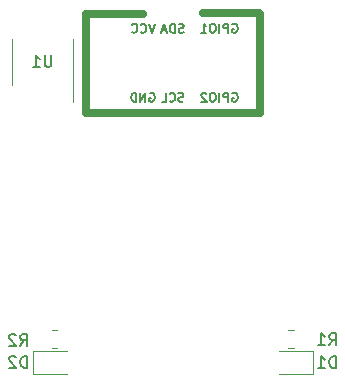
<source format=gbr>
%TF.GenerationSoftware,KiCad,Pcbnew,(6.0.4)*%
%TF.CreationDate,2022-04-09T22:57:31+02:00*%
%TF.ProjectId,diskette,6469736b-6574-4746-952e-6b696361645f,rev?*%
%TF.SameCoordinates,Original*%
%TF.FileFunction,Legend,Bot*%
%TF.FilePolarity,Positive*%
%FSLAX46Y46*%
G04 Gerber Fmt 4.6, Leading zero omitted, Abs format (unit mm)*
G04 Created by KiCad (PCBNEW (6.0.4)) date 2022-04-09 22:57:31*
%MOMM*%
%LPD*%
G01*
G04 APERTURE LIST*
%ADD10C,0.150000*%
%ADD11C,0.700000*%
%ADD12C,0.120000*%
G04 APERTURE END LIST*
D10*
%TO.C,X1*%
X-1540000Y3204714D02*
X-1790000Y2454714D01*
X-2040000Y3204714D01*
X-2718571Y2526142D02*
X-2682857Y2490428D01*
X-2575714Y2454714D01*
X-2504285Y2454714D01*
X-2397142Y2490428D01*
X-2325714Y2561857D01*
X-2290000Y2633285D01*
X-2254285Y2776142D01*
X-2254285Y2883285D01*
X-2290000Y3026142D01*
X-2325714Y3097571D01*
X-2397142Y3169000D01*
X-2504285Y3204714D01*
X-2575714Y3204714D01*
X-2682857Y3169000D01*
X-2718571Y3133285D01*
X-3468571Y2526142D02*
X-3432857Y2490428D01*
X-3325714Y2454714D01*
X-3254285Y2454714D01*
X-3147142Y2490428D01*
X-3075714Y2561857D01*
X-3040000Y2633285D01*
X-3004285Y2776142D01*
X-3004285Y2883285D01*
X-3040000Y3026142D01*
X-3075714Y3097571D01*
X-3147142Y3169000D01*
X-3254285Y3204714D01*
X-3325714Y3204714D01*
X-3432857Y3169000D01*
X-3468571Y3133285D01*
X5044142Y-2673000D02*
X5115571Y-2637285D01*
X5222714Y-2637285D01*
X5329857Y-2673000D01*
X5401285Y-2744428D01*
X5437000Y-2815857D01*
X5472714Y-2958714D01*
X5472714Y-3065857D01*
X5437000Y-3208714D01*
X5401285Y-3280142D01*
X5329857Y-3351571D01*
X5222714Y-3387285D01*
X5151285Y-3387285D01*
X5044142Y-3351571D01*
X5008428Y-3315857D01*
X5008428Y-3065857D01*
X5151285Y-3065857D01*
X4687000Y-3387285D02*
X4687000Y-2637285D01*
X4401285Y-2637285D01*
X4329857Y-2673000D01*
X4294142Y-2708714D01*
X4258428Y-2780142D01*
X4258428Y-2887285D01*
X4294142Y-2958714D01*
X4329857Y-2994428D01*
X4401285Y-3030142D01*
X4687000Y-3030142D01*
X3937000Y-3387285D02*
X3937000Y-2637285D01*
X3437000Y-2637285D02*
X3294142Y-2637285D01*
X3222714Y-2673000D01*
X3151285Y-2744428D01*
X3115571Y-2887285D01*
X3115571Y-3137285D01*
X3151285Y-3280142D01*
X3222714Y-3351571D01*
X3294142Y-3387285D01*
X3437000Y-3387285D01*
X3508428Y-3351571D01*
X3579857Y-3280142D01*
X3615571Y-3137285D01*
X3615571Y-2887285D01*
X3579857Y-2744428D01*
X3508428Y-2673000D01*
X3437000Y-2637285D01*
X2829857Y-2708714D02*
X2794142Y-2673000D01*
X2722714Y-2637285D01*
X2544142Y-2637285D01*
X2472714Y-2673000D01*
X2437000Y-2708714D01*
X2401285Y-2780142D01*
X2401285Y-2851571D01*
X2437000Y-2958714D01*
X2865571Y-3387285D01*
X2401285Y-3387285D01*
X-1968571Y-2673000D02*
X-1897142Y-2637285D01*
X-1790000Y-2637285D01*
X-1682857Y-2673000D01*
X-1611428Y-2744428D01*
X-1575714Y-2815857D01*
X-1540000Y-2958714D01*
X-1540000Y-3065857D01*
X-1575714Y-3208714D01*
X-1611428Y-3280142D01*
X-1682857Y-3351571D01*
X-1790000Y-3387285D01*
X-1861428Y-3387285D01*
X-1968571Y-3351571D01*
X-2004285Y-3315857D01*
X-2004285Y-3065857D01*
X-1861428Y-3065857D01*
X-2325714Y-3387285D02*
X-2325714Y-2637285D01*
X-2754285Y-3387285D01*
X-2754285Y-2637285D01*
X-3111428Y-3387285D02*
X-3111428Y-2637285D01*
X-3290000Y-2637285D01*
X-3397142Y-2673000D01*
X-3468571Y-2744428D01*
X-3504285Y-2815857D01*
X-3540000Y-2958714D01*
X-3540000Y-3065857D01*
X-3504285Y-3208714D01*
X-3468571Y-3280142D01*
X-3397142Y-3351571D01*
X-3290000Y-3387285D01*
X-3111428Y-3387285D01*
X5044142Y3169000D02*
X5115571Y3204714D01*
X5222714Y3204714D01*
X5329857Y3169000D01*
X5401285Y3097571D01*
X5437000Y3026142D01*
X5472714Y2883285D01*
X5472714Y2776142D01*
X5437000Y2633285D01*
X5401285Y2561857D01*
X5329857Y2490428D01*
X5222714Y2454714D01*
X5151285Y2454714D01*
X5044142Y2490428D01*
X5008428Y2526142D01*
X5008428Y2776142D01*
X5151285Y2776142D01*
X4687000Y2454714D02*
X4687000Y3204714D01*
X4401285Y3204714D01*
X4329857Y3169000D01*
X4294142Y3133285D01*
X4258428Y3061857D01*
X4258428Y2954714D01*
X4294142Y2883285D01*
X4329857Y2847571D01*
X4401285Y2811857D01*
X4687000Y2811857D01*
X3937000Y2454714D02*
X3937000Y3204714D01*
X3437000Y3204714D02*
X3294142Y3204714D01*
X3222714Y3169000D01*
X3151285Y3097571D01*
X3115571Y2954714D01*
X3115571Y2704714D01*
X3151285Y2561857D01*
X3222714Y2490428D01*
X3294142Y2454714D01*
X3437000Y2454714D01*
X3508428Y2490428D01*
X3579857Y2561857D01*
X3615571Y2704714D01*
X3615571Y2954714D01*
X3579857Y3097571D01*
X3508428Y3169000D01*
X3437000Y3204714D01*
X2401285Y2454714D02*
X2829857Y2454714D01*
X2615571Y2454714D02*
X2615571Y3204714D01*
X2687000Y3097571D01*
X2758428Y3026142D01*
X2829857Y2990428D01*
X892857Y-3351571D02*
X785714Y-3387285D01*
X607142Y-3387285D01*
X535714Y-3351571D01*
X500000Y-3315857D01*
X464285Y-3244428D01*
X464285Y-3173000D01*
X500000Y-3101571D01*
X535714Y-3065857D01*
X607142Y-3030142D01*
X750000Y-2994428D01*
X821428Y-2958714D01*
X857142Y-2923000D01*
X892857Y-2851571D01*
X892857Y-2780142D01*
X857142Y-2708714D01*
X821428Y-2673000D01*
X750000Y-2637285D01*
X571428Y-2637285D01*
X464285Y-2673000D01*
X-285714Y-3315857D02*
X-249999Y-3351571D01*
X-142857Y-3387285D01*
X-71428Y-3387285D01*
X35714Y-3351571D01*
X107142Y-3280142D01*
X142857Y-3208714D01*
X178571Y-3065857D01*
X178571Y-2958714D01*
X142857Y-2815857D01*
X107142Y-2744428D01*
X35714Y-2673000D01*
X-71428Y-2637285D01*
X-142857Y-2637285D01*
X-249999Y-2673000D01*
X-285714Y-2708714D01*
X-964285Y-3387285D02*
X-607142Y-3387285D01*
X-607142Y-2637285D01*
X910714Y2490428D02*
X803571Y2454714D01*
X624999Y2454714D01*
X553571Y2490428D01*
X517857Y2526142D01*
X482142Y2597571D01*
X482142Y2669000D01*
X517857Y2740428D01*
X553571Y2776142D01*
X624999Y2811857D01*
X767857Y2847571D01*
X839285Y2883285D01*
X874999Y2919000D01*
X910714Y2990428D01*
X910714Y3061857D01*
X874999Y3133285D01*
X839285Y3169000D01*
X767857Y3204714D01*
X589285Y3204714D01*
X482142Y3169000D01*
X160714Y2454714D02*
X160714Y3204714D01*
X-17857Y3204714D01*
X-124999Y3169000D01*
X-196428Y3097571D01*
X-232142Y3026142D01*
X-267857Y2883285D01*
X-267857Y2776142D01*
X-232142Y2633285D01*
X-196428Y2561857D01*
X-124999Y2490428D01*
X-17857Y2454714D01*
X160714Y2454714D01*
X-553571Y2669000D02*
X-910714Y2669000D01*
X-482142Y2454714D02*
X-732142Y3204714D01*
X-982142Y2454714D01*
%TO.C,R2*%
X-12914333Y-24079380D02*
X-12581000Y-23603190D01*
X-12342904Y-24079380D02*
X-12342904Y-23079380D01*
X-12723857Y-23079380D01*
X-12819095Y-23127000D01*
X-12866714Y-23174619D01*
X-12914333Y-23269857D01*
X-12914333Y-23412714D01*
X-12866714Y-23507952D01*
X-12819095Y-23555571D01*
X-12723857Y-23603190D01*
X-12342904Y-23603190D01*
X-13295285Y-23174619D02*
X-13342904Y-23127000D01*
X-13438142Y-23079380D01*
X-13676238Y-23079380D01*
X-13771476Y-23127000D01*
X-13819095Y-23174619D01*
X-13866714Y-23269857D01*
X-13866714Y-23365095D01*
X-13819095Y-23507952D01*
X-13247666Y-24079380D01*
X-13866714Y-24079380D01*
%TO.C,D1*%
X13819095Y-25952380D02*
X13819095Y-24952380D01*
X13581000Y-24952380D01*
X13438142Y-25000000D01*
X13342904Y-25095238D01*
X13295285Y-25190476D01*
X13247666Y-25380952D01*
X13247666Y-25523809D01*
X13295285Y-25714285D01*
X13342904Y-25809523D01*
X13438142Y-25904761D01*
X13581000Y-25952380D01*
X13819095Y-25952380D01*
X12295285Y-25952380D02*
X12866714Y-25952380D01*
X12581000Y-25952380D02*
X12581000Y-24952380D01*
X12676238Y-25095238D01*
X12771476Y-25190476D01*
X12866714Y-25238095D01*
%TO.C,R1*%
X13247666Y-24017380D02*
X13581000Y-23541190D01*
X13819095Y-24017380D02*
X13819095Y-23017380D01*
X13438142Y-23017380D01*
X13342904Y-23065000D01*
X13295285Y-23112619D01*
X13247666Y-23207857D01*
X13247666Y-23350714D01*
X13295285Y-23445952D01*
X13342904Y-23493571D01*
X13438142Y-23541190D01*
X13819095Y-23541190D01*
X12295285Y-24017380D02*
X12866714Y-24017380D01*
X12581000Y-24017380D02*
X12581000Y-23017380D01*
X12676238Y-23160238D01*
X12771476Y-23255476D01*
X12866714Y-23303095D01*
%TO.C,D2*%
X-12342904Y-25922380D02*
X-12342904Y-24922380D01*
X-12581000Y-24922380D01*
X-12723857Y-24970000D01*
X-12819095Y-25065238D01*
X-12866714Y-25160476D01*
X-12914333Y-25350952D01*
X-12914333Y-25493809D01*
X-12866714Y-25684285D01*
X-12819095Y-25779523D01*
X-12723857Y-25874761D01*
X-12581000Y-25922380D01*
X-12342904Y-25922380D01*
X-13295285Y-25017619D02*
X-13342904Y-24970000D01*
X-13438142Y-24922380D01*
X-13676238Y-24922380D01*
X-13771476Y-24970000D01*
X-13819095Y-25017619D01*
X-13866714Y-25112857D01*
X-13866714Y-25208095D01*
X-13819095Y-25350952D01*
X-13247666Y-25922380D01*
X-13866714Y-25922380D01*
%TO.C,U1*%
X-10287095Y547619D02*
X-10287095Y-261904D01*
X-10334714Y-357142D01*
X-10382333Y-404761D01*
X-10477571Y-452380D01*
X-10668047Y-452380D01*
X-10763285Y-404761D01*
X-10810904Y-357142D01*
X-10858523Y-261904D01*
X-10858523Y547619D01*
X-11858523Y-452380D02*
X-11287095Y-452380D01*
X-11572809Y-452380D02*
X-11572809Y547619D01*
X-11477571Y404761D01*
X-11382333Y309523D01*
X-11287095Y261904D01*
D11*
%TO.C,X1*%
X-7366000Y-4318000D02*
X7366000Y-4318000D01*
X-2540000Y4064000D02*
X-7366000Y4064000D01*
X7366000Y-4318000D02*
X7366000Y4064000D01*
X7279640Y4114800D02*
X2540000Y4114800D01*
X-7366000Y4064000D02*
X-7366000Y-4318000D01*
D12*
%TO.C,R2*%
X-10227064Y-22765000D02*
X-9772936Y-22765000D01*
X-10227064Y-24235000D02*
X-9772936Y-24235000D01*
%TO.C,D1*%
X11860000Y-24540000D02*
X11860000Y-26460000D01*
X9000000Y-24540000D02*
X11860000Y-24540000D01*
X11860000Y-26460000D02*
X9000000Y-26460000D01*
%TO.C,R1*%
X10227064Y-22765000D02*
X9772936Y-22765000D01*
X10227064Y-24235000D02*
X9772936Y-24235000D01*
%TO.C,D2*%
X-11860000Y-26460000D02*
X-11860000Y-24540000D01*
X-9000000Y-26460000D02*
X-11860000Y-26460000D01*
X-11860000Y-24540000D02*
X-9000000Y-24540000D01*
%TO.C,U1*%
X-8489000Y0D02*
X-8489000Y-3450000D01*
X-8489000Y0D02*
X-8489000Y1950000D01*
X-13609000Y0D02*
X-13609000Y-1950000D01*
X-13609000Y0D02*
X-13609000Y1950000D01*
%TD*%
M02*

</source>
